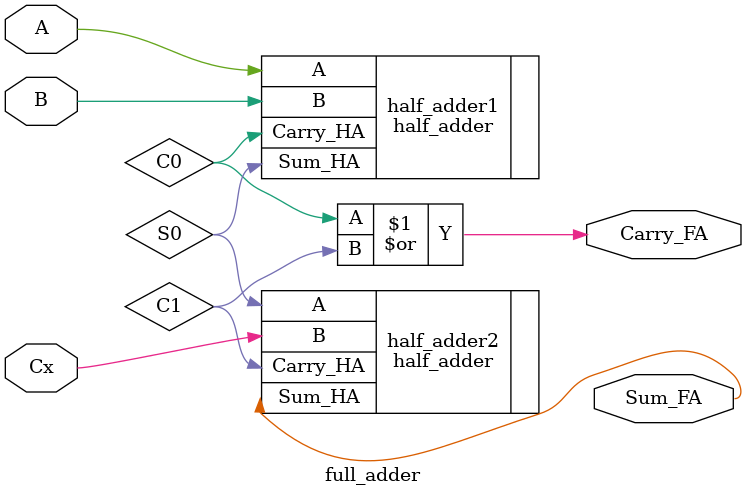
<source format=sv>
module full_adder( 
    input logic A,
    input logic B,
    input logic Cx,
    output logic Sum_FA,
    output logic Carry_FA
);
    wire C0, C1, S0;

    // Instantiate the first half adder
    half_adder half_adder1 (
        .A(A),
        .B(B),
        .Sum_HA(S0),
        .Carry_HA(C0)
    );

    // Instantiate the second half adder
    half_adder half_adder2 (
        .A(S0),
        .B(Cx),
        .Sum_HA(Sum_FA),
        .Carry_HA(C1)
    );

    // Compute the final carry
    assign Carry_FA = C0 | C1;

endmodule: full_adder
</source>
